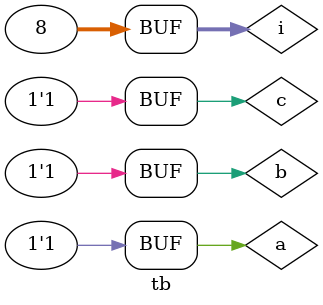
<source format=v>
module tb();
  integer i;
  reg a,b,c;
  wire [7:0]out;
  
  decoder3_8 n1(a,b,c,out);
  initial
    begin
      for(i=0;i<8;i=i+1)
        begin
          #1;{a,b,c}=i;
        end
    end
  initial 
    begin
      $monitor("a=%0b,b=%0b,c=%0b,out=%08b",a,b,c,out);
    end
endmodule

</source>
